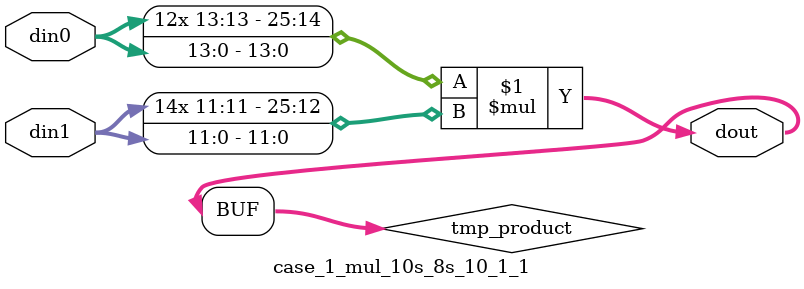
<source format=v>

`timescale 1 ns / 1 ps

 module case_1_mul_10s_8s_10_1_1(din0, din1, dout);
parameter ID = 1;
parameter NUM_STAGE = 0;
parameter din0_WIDTH = 14;
parameter din1_WIDTH = 12;
parameter dout_WIDTH = 26;

input [din0_WIDTH - 1 : 0] din0; 
input [din1_WIDTH - 1 : 0] din1; 
output [dout_WIDTH - 1 : 0] dout;

wire signed [dout_WIDTH - 1 : 0] tmp_product;



























assign tmp_product = $signed(din0) * $signed(din1);








assign dout = tmp_product;





















endmodule

</source>
